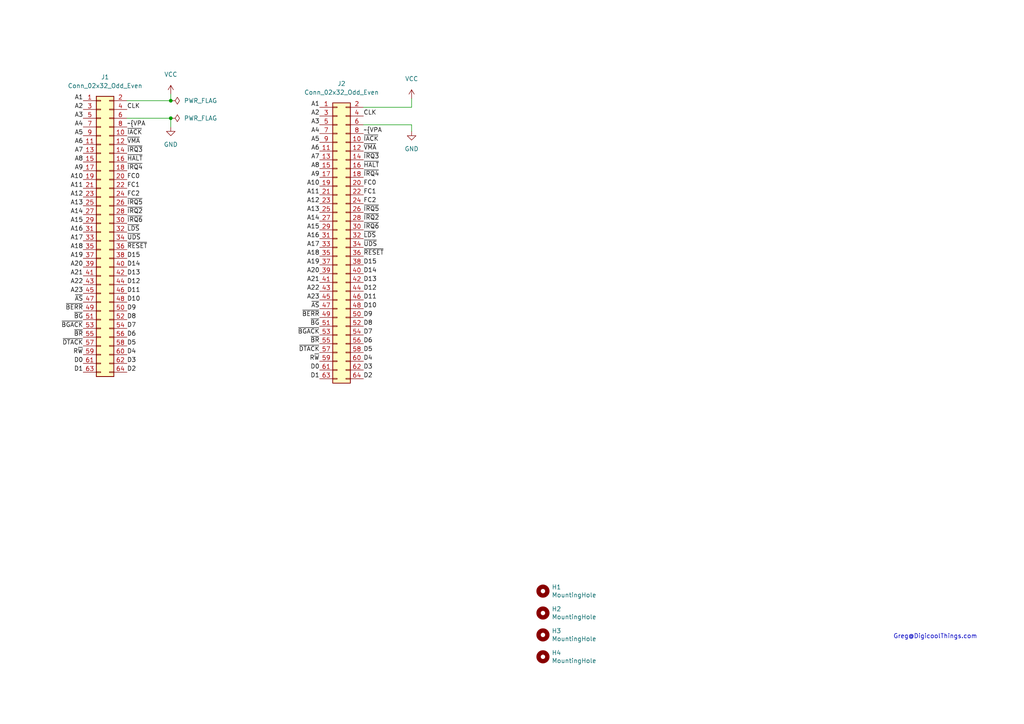
<source format=kicad_sch>
(kicad_sch (version 20211123) (generator eeschema)

  (uuid 1a2f72d1-0b36-4610-afc4-4ad1660d5d3b)

  (paper "A4")

  (title_block
    (title "Minimalist Europe Card Bus (MECB) Board Template")
    (date "2022-02")
    (rev "1.0")
    (company "DigicoolThings.com")
    (comment 1 "For Minimalist Europe Card Bus (MECB). ")
    (comment 2 "U1 PLD positioning provides for ZIF socket, otherwise change footprint to standard DIP 20.")
    (comment 3 "Includes a standardised 3 chip-select output PLD Address Decoder. ")
    (comment 4 "Schematic & standardised PCB outline Templates for creating MECB boards.")
  )

  (lib_symbols
    (symbol "Connector_Generic:Conn_02x32_Odd_Even" (pin_names (offset 1.016) hide) (in_bom yes) (on_board yes)
      (property "Reference" "J" (id 0) (at 1.27 40.64 0)
        (effects (font (size 1.27 1.27)))
      )
      (property "Value" "Conn_02x32_Odd_Even" (id 1) (at 1.27 -43.18 0)
        (effects (font (size 1.27 1.27)))
      )
      (property "Footprint" "" (id 2) (at 0 0 0)
        (effects (font (size 1.27 1.27)) hide)
      )
      (property "Datasheet" "~" (id 3) (at 0 0 0)
        (effects (font (size 1.27 1.27)) hide)
      )
      (property "ki_keywords" "connector" (id 4) (at 0 0 0)
        (effects (font (size 1.27 1.27)) hide)
      )
      (property "ki_description" "Generic connector, double row, 02x32, odd/even pin numbering scheme (row 1 odd numbers, row 2 even numbers), script generated (kicad-library-utils/schlib/autogen/connector/)" (id 5) (at 0 0 0)
        (effects (font (size 1.27 1.27)) hide)
      )
      (property "ki_fp_filters" "Connector*:*_2x??_*" (id 6) (at 0 0 0)
        (effects (font (size 1.27 1.27)) hide)
      )
      (symbol "Conn_02x32_Odd_Even_1_1"
        (rectangle (start -1.27 -40.513) (end 0 -40.767)
          (stroke (width 0.1524) (type default) (color 0 0 0 0))
          (fill (type none))
        )
        (rectangle (start -1.27 -37.973) (end 0 -38.227)
          (stroke (width 0.1524) (type default) (color 0 0 0 0))
          (fill (type none))
        )
        (rectangle (start -1.27 -35.433) (end 0 -35.687)
          (stroke (width 0.1524) (type default) (color 0 0 0 0))
          (fill (type none))
        )
        (rectangle (start -1.27 -32.893) (end 0 -33.147)
          (stroke (width 0.1524) (type default) (color 0 0 0 0))
          (fill (type none))
        )
        (rectangle (start -1.27 -30.353) (end 0 -30.607)
          (stroke (width 0.1524) (type default) (color 0 0 0 0))
          (fill (type none))
        )
        (rectangle (start -1.27 -27.813) (end 0 -28.067)
          (stroke (width 0.1524) (type default) (color 0 0 0 0))
          (fill (type none))
        )
        (rectangle (start -1.27 -25.273) (end 0 -25.527)
          (stroke (width 0.1524) (type default) (color 0 0 0 0))
          (fill (type none))
        )
        (rectangle (start -1.27 -22.733) (end 0 -22.987)
          (stroke (width 0.1524) (type default) (color 0 0 0 0))
          (fill (type none))
        )
        (rectangle (start -1.27 -20.193) (end 0 -20.447)
          (stroke (width 0.1524) (type default) (color 0 0 0 0))
          (fill (type none))
        )
        (rectangle (start -1.27 -17.653) (end 0 -17.907)
          (stroke (width 0.1524) (type default) (color 0 0 0 0))
          (fill (type none))
        )
        (rectangle (start -1.27 -15.113) (end 0 -15.367)
          (stroke (width 0.1524) (type default) (color 0 0 0 0))
          (fill (type none))
        )
        (rectangle (start -1.27 -12.573) (end 0 -12.827)
          (stroke (width 0.1524) (type default) (color 0 0 0 0))
          (fill (type none))
        )
        (rectangle (start -1.27 -10.033) (end 0 -10.287)
          (stroke (width 0.1524) (type default) (color 0 0 0 0))
          (fill (type none))
        )
        (rectangle (start -1.27 -7.493) (end 0 -7.747)
          (stroke (width 0.1524) (type default) (color 0 0 0 0))
          (fill (type none))
        )
        (rectangle (start -1.27 -4.953) (end 0 -5.207)
          (stroke (width 0.1524) (type default) (color 0 0 0 0))
          (fill (type none))
        )
        (rectangle (start -1.27 -2.413) (end 0 -2.667)
          (stroke (width 0.1524) (type default) (color 0 0 0 0))
          (fill (type none))
        )
        (rectangle (start -1.27 0.127) (end 0 -0.127)
          (stroke (width 0.1524) (type default) (color 0 0 0 0))
          (fill (type none))
        )
        (rectangle (start -1.27 2.667) (end 0 2.413)
          (stroke (width 0.1524) (type default) (color 0 0 0 0))
          (fill (type none))
        )
        (rectangle (start -1.27 5.207) (end 0 4.953)
          (stroke (width 0.1524) (type default) (color 0 0 0 0))
          (fill (type none))
        )
        (rectangle (start -1.27 7.747) (end 0 7.493)
          (stroke (width 0.1524) (type default) (color 0 0 0 0))
          (fill (type none))
        )
        (rectangle (start -1.27 10.287) (end 0 10.033)
          (stroke (width 0.1524) (type default) (color 0 0 0 0))
          (fill (type none))
        )
        (rectangle (start -1.27 12.827) (end 0 12.573)
          (stroke (width 0.1524) (type default) (color 0 0 0 0))
          (fill (type none))
        )
        (rectangle (start -1.27 15.367) (end 0 15.113)
          (stroke (width 0.1524) (type default) (color 0 0 0 0))
          (fill (type none))
        )
        (rectangle (start -1.27 17.907) (end 0 17.653)
          (stroke (width 0.1524) (type default) (color 0 0 0 0))
          (fill (type none))
        )
        (rectangle (start -1.27 20.447) (end 0 20.193)
          (stroke (width 0.1524) (type default) (color 0 0 0 0))
          (fill (type none))
        )
        (rectangle (start -1.27 22.987) (end 0 22.733)
          (stroke (width 0.1524) (type default) (color 0 0 0 0))
          (fill (type none))
        )
        (rectangle (start -1.27 25.527) (end 0 25.273)
          (stroke (width 0.1524) (type default) (color 0 0 0 0))
          (fill (type none))
        )
        (rectangle (start -1.27 28.067) (end 0 27.813)
          (stroke (width 0.1524) (type default) (color 0 0 0 0))
          (fill (type none))
        )
        (rectangle (start -1.27 30.607) (end 0 30.353)
          (stroke (width 0.1524) (type default) (color 0 0 0 0))
          (fill (type none))
        )
        (rectangle (start -1.27 33.147) (end 0 32.893)
          (stroke (width 0.1524) (type default) (color 0 0 0 0))
          (fill (type none))
        )
        (rectangle (start -1.27 35.687) (end 0 35.433)
          (stroke (width 0.1524) (type default) (color 0 0 0 0))
          (fill (type none))
        )
        (rectangle (start -1.27 38.227) (end 0 37.973)
          (stroke (width 0.1524) (type default) (color 0 0 0 0))
          (fill (type none))
        )
        (rectangle (start -1.27 39.37) (end 3.81 -41.91)
          (stroke (width 0.254) (type default) (color 0 0 0 0))
          (fill (type background))
        )
        (rectangle (start 3.81 -40.513) (end 2.54 -40.767)
          (stroke (width 0.1524) (type default) (color 0 0 0 0))
          (fill (type none))
        )
        (rectangle (start 3.81 -37.973) (end 2.54 -38.227)
          (stroke (width 0.1524) (type default) (color 0 0 0 0))
          (fill (type none))
        )
        (rectangle (start 3.81 -35.433) (end 2.54 -35.687)
          (stroke (width 0.1524) (type default) (color 0 0 0 0))
          (fill (type none))
        )
        (rectangle (start 3.81 -32.893) (end 2.54 -33.147)
          (stroke (width 0.1524) (type default) (color 0 0 0 0))
          (fill (type none))
        )
        (rectangle (start 3.81 -30.353) (end 2.54 -30.607)
          (stroke (width 0.1524) (type default) (color 0 0 0 0))
          (fill (type none))
        )
        (rectangle (start 3.81 -27.813) (end 2.54 -28.067)
          (stroke (width 0.1524) (type default) (color 0 0 0 0))
          (fill (type none))
        )
        (rectangle (start 3.81 -25.273) (end 2.54 -25.527)
          (stroke (width 0.1524) (type default) (color 0 0 0 0))
          (fill (type none))
        )
        (rectangle (start 3.81 -22.733) (end 2.54 -22.987)
          (stroke (width 0.1524) (type default) (color 0 0 0 0))
          (fill (type none))
        )
        (rectangle (start 3.81 -20.193) (end 2.54 -20.447)
          (stroke (width 0.1524) (type default) (color 0 0 0 0))
          (fill (type none))
        )
        (rectangle (start 3.81 -17.653) (end 2.54 -17.907)
          (stroke (width 0.1524) (type default) (color 0 0 0 0))
          (fill (type none))
        )
        (rectangle (start 3.81 -15.113) (end 2.54 -15.367)
          (stroke (width 0.1524) (type default) (color 0 0 0 0))
          (fill (type none))
        )
        (rectangle (start 3.81 -12.573) (end 2.54 -12.827)
          (stroke (width 0.1524) (type default) (color 0 0 0 0))
          (fill (type none))
        )
        (rectangle (start 3.81 -10.033) (end 2.54 -10.287)
          (stroke (width 0.1524) (type default) (color 0 0 0 0))
          (fill (type none))
        )
        (rectangle (start 3.81 -7.493) (end 2.54 -7.747)
          (stroke (width 0.1524) (type default) (color 0 0 0 0))
          (fill (type none))
        )
        (rectangle (start 3.81 -4.953) (end 2.54 -5.207)
          (stroke (width 0.1524) (type default) (color 0 0 0 0))
          (fill (type none))
        )
        (rectangle (start 3.81 -2.413) (end 2.54 -2.667)
          (stroke (width 0.1524) (type default) (color 0 0 0 0))
          (fill (type none))
        )
        (rectangle (start 3.81 0.127) (end 2.54 -0.127)
          (stroke (width 0.1524) (type default) (color 0 0 0 0))
          (fill (type none))
        )
        (rectangle (start 3.81 2.667) (end 2.54 2.413)
          (stroke (width 0.1524) (type default) (color 0 0 0 0))
          (fill (type none))
        )
        (rectangle (start 3.81 5.207) (end 2.54 4.953)
          (stroke (width 0.1524) (type default) (color 0 0 0 0))
          (fill (type none))
        )
        (rectangle (start 3.81 7.747) (end 2.54 7.493)
          (stroke (width 0.1524) (type default) (color 0 0 0 0))
          (fill (type none))
        )
        (rectangle (start 3.81 10.287) (end 2.54 10.033)
          (stroke (width 0.1524) (type default) (color 0 0 0 0))
          (fill (type none))
        )
        (rectangle (start 3.81 12.827) (end 2.54 12.573)
          (stroke (width 0.1524) (type default) (color 0 0 0 0))
          (fill (type none))
        )
        (rectangle (start 3.81 15.367) (end 2.54 15.113)
          (stroke (width 0.1524) (type default) (color 0 0 0 0))
          (fill (type none))
        )
        (rectangle (start 3.81 17.907) (end 2.54 17.653)
          (stroke (width 0.1524) (type default) (color 0 0 0 0))
          (fill (type none))
        )
        (rectangle (start 3.81 20.447) (end 2.54 20.193)
          (stroke (width 0.1524) (type default) (color 0 0 0 0))
          (fill (type none))
        )
        (rectangle (start 3.81 22.987) (end 2.54 22.733)
          (stroke (width 0.1524) (type default) (color 0 0 0 0))
          (fill (type none))
        )
        (rectangle (start 3.81 25.527) (end 2.54 25.273)
          (stroke (width 0.1524) (type default) (color 0 0 0 0))
          (fill (type none))
        )
        (rectangle (start 3.81 28.067) (end 2.54 27.813)
          (stroke (width 0.1524) (type default) (color 0 0 0 0))
          (fill (type none))
        )
        (rectangle (start 3.81 30.607) (end 2.54 30.353)
          (stroke (width 0.1524) (type default) (color 0 0 0 0))
          (fill (type none))
        )
        (rectangle (start 3.81 33.147) (end 2.54 32.893)
          (stroke (width 0.1524) (type default) (color 0 0 0 0))
          (fill (type none))
        )
        (rectangle (start 3.81 35.687) (end 2.54 35.433)
          (stroke (width 0.1524) (type default) (color 0 0 0 0))
          (fill (type none))
        )
        (rectangle (start 3.81 38.227) (end 2.54 37.973)
          (stroke (width 0.1524) (type default) (color 0 0 0 0))
          (fill (type none))
        )
        (pin passive line (at -5.08 38.1 0) (length 3.81)
          (name "Pin_1" (effects (font (size 1.27 1.27))))
          (number "1" (effects (font (size 1.27 1.27))))
        )
        (pin passive line (at 7.62 27.94 180) (length 3.81)
          (name "Pin_10" (effects (font (size 1.27 1.27))))
          (number "10" (effects (font (size 1.27 1.27))))
        )
        (pin passive line (at -5.08 25.4 0) (length 3.81)
          (name "Pin_11" (effects (font (size 1.27 1.27))))
          (number "11" (effects (font (size 1.27 1.27))))
        )
        (pin passive line (at 7.62 25.4 180) (length 3.81)
          (name "Pin_12" (effects (font (size 1.27 1.27))))
          (number "12" (effects (font (size 1.27 1.27))))
        )
        (pin passive line (at -5.08 22.86 0) (length 3.81)
          (name "Pin_13" (effects (font (size 1.27 1.27))))
          (number "13" (effects (font (size 1.27 1.27))))
        )
        (pin passive line (at 7.62 22.86 180) (length 3.81)
          (name "Pin_14" (effects (font (size 1.27 1.27))))
          (number "14" (effects (font (size 1.27 1.27))))
        )
        (pin passive line (at -5.08 20.32 0) (length 3.81)
          (name "Pin_15" (effects (font (size 1.27 1.27))))
          (number "15" (effects (font (size 1.27 1.27))))
        )
        (pin passive line (at 7.62 20.32 180) (length 3.81)
          (name "Pin_16" (effects (font (size 1.27 1.27))))
          (number "16" (effects (font (size 1.27 1.27))))
        )
        (pin passive line (at -5.08 17.78 0) (length 3.81)
          (name "Pin_17" (effects (font (size 1.27 1.27))))
          (number "17" (effects (font (size 1.27 1.27))))
        )
        (pin passive line (at 7.62 17.78 180) (length 3.81)
          (name "Pin_18" (effects (font (size 1.27 1.27))))
          (number "18" (effects (font (size 1.27 1.27))))
        )
        (pin passive line (at -5.08 15.24 0) (length 3.81)
          (name "Pin_19" (effects (font (size 1.27 1.27))))
          (number "19" (effects (font (size 1.27 1.27))))
        )
        (pin passive line (at 7.62 38.1 180) (length 3.81)
          (name "Pin_2" (effects (font (size 1.27 1.27))))
          (number "2" (effects (font (size 1.27 1.27))))
        )
        (pin passive line (at 7.62 15.24 180) (length 3.81)
          (name "Pin_20" (effects (font (size 1.27 1.27))))
          (number "20" (effects (font (size 1.27 1.27))))
        )
        (pin passive line (at -5.08 12.7 0) (length 3.81)
          (name "Pin_21" (effects (font (size 1.27 1.27))))
          (number "21" (effects (font (size 1.27 1.27))))
        )
        (pin passive line (at 7.62 12.7 180) (length 3.81)
          (name "Pin_22" (effects (font (size 1.27 1.27))))
          (number "22" (effects (font (size 1.27 1.27))))
        )
        (pin passive line (at -5.08 10.16 0) (length 3.81)
          (name "Pin_23" (effects (font (size 1.27 1.27))))
          (number "23" (effects (font (size 1.27 1.27))))
        )
        (pin passive line (at 7.62 10.16 180) (length 3.81)
          (name "Pin_24" (effects (font (size 1.27 1.27))))
          (number "24" (effects (font (size 1.27 1.27))))
        )
        (pin passive line (at -5.08 7.62 0) (length 3.81)
          (name "Pin_25" (effects (font (size 1.27 1.27))))
          (number "25" (effects (font (size 1.27 1.27))))
        )
        (pin passive line (at 7.62 7.62 180) (length 3.81)
          (name "Pin_26" (effects (font (size 1.27 1.27))))
          (number "26" (effects (font (size 1.27 1.27))))
        )
        (pin passive line (at -5.08 5.08 0) (length 3.81)
          (name "Pin_27" (effects (font (size 1.27 1.27))))
          (number "27" (effects (font (size 1.27 1.27))))
        )
        (pin passive line (at 7.62 5.08 180) (length 3.81)
          (name "Pin_28" (effects (font (size 1.27 1.27))))
          (number "28" (effects (font (size 1.27 1.27))))
        )
        (pin passive line (at -5.08 2.54 0) (length 3.81)
          (name "Pin_29" (effects (font (size 1.27 1.27))))
          (number "29" (effects (font (size 1.27 1.27))))
        )
        (pin passive line (at -5.08 35.56 0) (length 3.81)
          (name "Pin_3" (effects (font (size 1.27 1.27))))
          (number "3" (effects (font (size 1.27 1.27))))
        )
        (pin passive line (at 7.62 2.54 180) (length 3.81)
          (name "Pin_30" (effects (font (size 1.27 1.27))))
          (number "30" (effects (font (size 1.27 1.27))))
        )
        (pin passive line (at -5.08 0 0) (length 3.81)
          (name "Pin_31" (effects (font (size 1.27 1.27))))
          (number "31" (effects (font (size 1.27 1.27))))
        )
        (pin passive line (at 7.62 0 180) (length 3.81)
          (name "Pin_32" (effects (font (size 1.27 1.27))))
          (number "32" (effects (font (size 1.27 1.27))))
        )
        (pin passive line (at -5.08 -2.54 0) (length 3.81)
          (name "Pin_33" (effects (font (size 1.27 1.27))))
          (number "33" (effects (font (size 1.27 1.27))))
        )
        (pin passive line (at 7.62 -2.54 180) (length 3.81)
          (name "Pin_34" (effects (font (size 1.27 1.27))))
          (number "34" (effects (font (size 1.27 1.27))))
        )
        (pin passive line (at -5.08 -5.08 0) (length 3.81)
          (name "Pin_35" (effects (font (size 1.27 1.27))))
          (number "35" (effects (font (size 1.27 1.27))))
        )
        (pin passive line (at 7.62 -5.08 180) (length 3.81)
          (name "Pin_36" (effects (font (size 1.27 1.27))))
          (number "36" (effects (font (size 1.27 1.27))))
        )
        (pin passive line (at -5.08 -7.62 0) (length 3.81)
          (name "Pin_37" (effects (font (size 1.27 1.27))))
          (number "37" (effects (font (size 1.27 1.27))))
        )
        (pin passive line (at 7.62 -7.62 180) (length 3.81)
          (name "Pin_38" (effects (font (size 1.27 1.27))))
          (number "38" (effects (font (size 1.27 1.27))))
        )
        (pin passive line (at -5.08 -10.16 0) (length 3.81)
          (name "Pin_39" (effects (font (size 1.27 1.27))))
          (number "39" (effects (font (size 1.27 1.27))))
        )
        (pin passive line (at 7.62 35.56 180) (length 3.81)
          (name "Pin_4" (effects (font (size 1.27 1.27))))
          (number "4" (effects (font (size 1.27 1.27))))
        )
        (pin passive line (at 7.62 -10.16 180) (length 3.81)
          (name "Pin_40" (effects (font (size 1.27 1.27))))
          (number "40" (effects (font (size 1.27 1.27))))
        )
        (pin passive line (at -5.08 -12.7 0) (length 3.81)
          (name "Pin_41" (effects (font (size 1.27 1.27))))
          (number "41" (effects (font (size 1.27 1.27))))
        )
        (pin passive line (at 7.62 -12.7 180) (length 3.81)
          (name "Pin_42" (effects (font (size 1.27 1.27))))
          (number "42" (effects (font (size 1.27 1.27))))
        )
        (pin passive line (at -5.08 -15.24 0) (length 3.81)
          (name "Pin_43" (effects (font (size 1.27 1.27))))
          (number "43" (effects (font (size 1.27 1.27))))
        )
        (pin passive line (at 7.62 -15.24 180) (length 3.81)
          (name "Pin_44" (effects (font (size 1.27 1.27))))
          (number "44" (effects (font (size 1.27 1.27))))
        )
        (pin passive line (at -5.08 -17.78 0) (length 3.81)
          (name "Pin_45" (effects (font (size 1.27 1.27))))
          (number "45" (effects (font (size 1.27 1.27))))
        )
        (pin passive line (at 7.62 -17.78 180) (length 3.81)
          (name "Pin_46" (effects (font (size 1.27 1.27))))
          (number "46" (effects (font (size 1.27 1.27))))
        )
        (pin passive line (at -5.08 -20.32 0) (length 3.81)
          (name "Pin_47" (effects (font (size 1.27 1.27))))
          (number "47" (effects (font (size 1.27 1.27))))
        )
        (pin passive line (at 7.62 -20.32 180) (length 3.81)
          (name "Pin_48" (effects (font (size 1.27 1.27))))
          (number "48" (effects (font (size 1.27 1.27))))
        )
        (pin passive line (at -5.08 -22.86 0) (length 3.81)
          (name "Pin_49" (effects (font (size 1.27 1.27))))
          (number "49" (effects (font (size 1.27 1.27))))
        )
        (pin passive line (at -5.08 33.02 0) (length 3.81)
          (name "Pin_5" (effects (font (size 1.27 1.27))))
          (number "5" (effects (font (size 1.27 1.27))))
        )
        (pin passive line (at 7.62 -22.86 180) (length 3.81)
          (name "Pin_50" (effects (font (size 1.27 1.27))))
          (number "50" (effects (font (size 1.27 1.27))))
        )
        (pin passive line (at -5.08 -25.4 0) (length 3.81)
          (name "Pin_51" (effects (font (size 1.27 1.27))))
          (number "51" (effects (font (size 1.27 1.27))))
        )
        (pin passive line (at 7.62 -25.4 180) (length 3.81)
          (name "Pin_52" (effects (font (size 1.27 1.27))))
          (number "52" (effects (font (size 1.27 1.27))))
        )
        (pin passive line (at -5.08 -27.94 0) (length 3.81)
          (name "Pin_53" (effects (font (size 1.27 1.27))))
          (number "53" (effects (font (size 1.27 1.27))))
        )
        (pin passive line (at 7.62 -27.94 180) (length 3.81)
          (name "Pin_54" (effects (font (size 1.27 1.27))))
          (number "54" (effects (font (size 1.27 1.27))))
        )
        (pin passive line (at -5.08 -30.48 0) (length 3.81)
          (name "Pin_55" (effects (font (size 1.27 1.27))))
          (number "55" (effects (font (size 1.27 1.27))))
        )
        (pin passive line (at 7.62 -30.48 180) (length 3.81)
          (name "Pin_56" (effects (font (size 1.27 1.27))))
          (number "56" (effects (font (size 1.27 1.27))))
        )
        (pin passive line (at -5.08 -33.02 0) (length 3.81)
          (name "Pin_57" (effects (font (size 1.27 1.27))))
          (number "57" (effects (font (size 1.27 1.27))))
        )
        (pin passive line (at 7.62 -33.02 180) (length 3.81)
          (name "Pin_58" (effects (font (size 1.27 1.27))))
          (number "58" (effects (font (size 1.27 1.27))))
        )
        (pin passive line (at -5.08 -35.56 0) (length 3.81)
          (name "Pin_59" (effects (font (size 1.27 1.27))))
          (number "59" (effects (font (size 1.27 1.27))))
        )
        (pin passive line (at 7.62 33.02 180) (length 3.81)
          (name "Pin_6" (effects (font (size 1.27 1.27))))
          (number "6" (effects (font (size 1.27 1.27))))
        )
        (pin passive line (at 7.62 -35.56 180) (length 3.81)
          (name "Pin_60" (effects (font (size 1.27 1.27))))
          (number "60" (effects (font (size 1.27 1.27))))
        )
        (pin passive line (at -5.08 -38.1 0) (length 3.81)
          (name "Pin_61" (effects (font (size 1.27 1.27))))
          (number "61" (effects (font (size 1.27 1.27))))
        )
        (pin passive line (at 7.62 -38.1 180) (length 3.81)
          (name "Pin_62" (effects (font (size 1.27 1.27))))
          (number "62" (effects (font (size 1.27 1.27))))
        )
        (pin passive line (at -5.08 -40.64 0) (length 3.81)
          (name "Pin_63" (effects (font (size 1.27 1.27))))
          (number "63" (effects (font (size 1.27 1.27))))
        )
        (pin passive line (at 7.62 -40.64 180) (length 3.81)
          (name "Pin_64" (effects (font (size 1.27 1.27))))
          (number "64" (effects (font (size 1.27 1.27))))
        )
        (pin passive line (at -5.08 30.48 0) (length 3.81)
          (name "Pin_7" (effects (font (size 1.27 1.27))))
          (number "7" (effects (font (size 1.27 1.27))))
        )
        (pin passive line (at 7.62 30.48 180) (length 3.81)
          (name "Pin_8" (effects (font (size 1.27 1.27))))
          (number "8" (effects (font (size 1.27 1.27))))
        )
        (pin passive line (at -5.08 27.94 0) (length 3.81)
          (name "Pin_9" (effects (font (size 1.27 1.27))))
          (number "9" (effects (font (size 1.27 1.27))))
        )
      )
    )
    (symbol "Mechanical:MountingHole" (pin_names (offset 1.016)) (in_bom yes) (on_board yes)
      (property "Reference" "H" (id 0) (at 0 5.08 0)
        (effects (font (size 1.27 1.27)))
      )
      (property "Value" "MountingHole" (id 1) (at 0 3.175 0)
        (effects (font (size 1.27 1.27)))
      )
      (property "Footprint" "" (id 2) (at 0 0 0)
        (effects (font (size 1.27 1.27)) hide)
      )
      (property "Datasheet" "~" (id 3) (at 0 0 0)
        (effects (font (size 1.27 1.27)) hide)
      )
      (property "ki_keywords" "mounting hole" (id 4) (at 0 0 0)
        (effects (font (size 1.27 1.27)) hide)
      )
      (property "ki_description" "Mounting Hole without connection" (id 5) (at 0 0 0)
        (effects (font (size 1.27 1.27)) hide)
      )
      (property "ki_fp_filters" "MountingHole*" (id 6) (at 0 0 0)
        (effects (font (size 1.27 1.27)) hide)
      )
      (symbol "MountingHole_0_1"
        (circle (center 0 0) (radius 1.27)
          (stroke (width 1.27) (type default) (color 0 0 0 0))
          (fill (type none))
        )
      )
    )
    (symbol "power:GND" (power) (pin_names (offset 0)) (in_bom yes) (on_board yes)
      (property "Reference" "#PWR" (id 0) (at 0 -6.35 0)
        (effects (font (size 1.27 1.27)) hide)
      )
      (property "Value" "GND" (id 1) (at 0 -3.81 0)
        (effects (font (size 1.27 1.27)))
      )
      (property "Footprint" "" (id 2) (at 0 0 0)
        (effects (font (size 1.27 1.27)) hide)
      )
      (property "Datasheet" "" (id 3) (at 0 0 0)
        (effects (font (size 1.27 1.27)) hide)
      )
      (property "ki_keywords" "power-flag" (id 4) (at 0 0 0)
        (effects (font (size 1.27 1.27)) hide)
      )
      (property "ki_description" "Power symbol creates a global label with name \"GND\" , ground" (id 5) (at 0 0 0)
        (effects (font (size 1.27 1.27)) hide)
      )
      (symbol "GND_0_1"
        (polyline
          (pts
            (xy 0 0)
            (xy 0 -1.27)
            (xy 1.27 -1.27)
            (xy 0 -2.54)
            (xy -1.27 -1.27)
            (xy 0 -1.27)
          )
          (stroke (width 0) (type default) (color 0 0 0 0))
          (fill (type none))
        )
      )
      (symbol "GND_1_1"
        (pin power_in line (at 0 0 270) (length 0) hide
          (name "GND" (effects (font (size 1.27 1.27))))
          (number "1" (effects (font (size 1.27 1.27))))
        )
      )
    )
    (symbol "power:PWR_FLAG" (power) (pin_numbers hide) (pin_names (offset 0) hide) (in_bom yes) (on_board yes)
      (property "Reference" "#FLG" (id 0) (at 0 1.905 0)
        (effects (font (size 1.27 1.27)) hide)
      )
      (property "Value" "PWR_FLAG" (id 1) (at 0 3.81 0)
        (effects (font (size 1.27 1.27)))
      )
      (property "Footprint" "" (id 2) (at 0 0 0)
        (effects (font (size 1.27 1.27)) hide)
      )
      (property "Datasheet" "~" (id 3) (at 0 0 0)
        (effects (font (size 1.27 1.27)) hide)
      )
      (property "ki_keywords" "power-flag" (id 4) (at 0 0 0)
        (effects (font (size 1.27 1.27)) hide)
      )
      (property "ki_description" "Special symbol for telling ERC where power comes from" (id 5) (at 0 0 0)
        (effects (font (size 1.27 1.27)) hide)
      )
      (symbol "PWR_FLAG_0_0"
        (pin power_out line (at 0 0 90) (length 0)
          (name "pwr" (effects (font (size 1.27 1.27))))
          (number "1" (effects (font (size 1.27 1.27))))
        )
      )
      (symbol "PWR_FLAG_0_1"
        (polyline
          (pts
            (xy 0 0)
            (xy 0 1.27)
            (xy -1.016 1.905)
            (xy 0 2.54)
            (xy 1.016 1.905)
            (xy 0 1.27)
          )
          (stroke (width 0) (type default) (color 0 0 0 0))
          (fill (type none))
        )
      )
    )
    (symbol "power:VCC" (power) (pin_names (offset 0)) (in_bom yes) (on_board yes)
      (property "Reference" "#PWR" (id 0) (at 0 -3.81 0)
        (effects (font (size 1.27 1.27)) hide)
      )
      (property "Value" "VCC" (id 1) (at 0 3.81 0)
        (effects (font (size 1.27 1.27)))
      )
      (property "Footprint" "" (id 2) (at 0 0 0)
        (effects (font (size 1.27 1.27)) hide)
      )
      (property "Datasheet" "" (id 3) (at 0 0 0)
        (effects (font (size 1.27 1.27)) hide)
      )
      (property "ki_keywords" "power-flag" (id 4) (at 0 0 0)
        (effects (font (size 1.27 1.27)) hide)
      )
      (property "ki_description" "Power symbol creates a global label with name \"VCC\"" (id 5) (at 0 0 0)
        (effects (font (size 1.27 1.27)) hide)
      )
      (symbol "VCC_0_1"
        (polyline
          (pts
            (xy -0.762 1.27)
            (xy 0 2.54)
          )
          (stroke (width 0) (type default) (color 0 0 0 0))
          (fill (type none))
        )
        (polyline
          (pts
            (xy 0 0)
            (xy 0 2.54)
          )
          (stroke (width 0) (type default) (color 0 0 0 0))
          (fill (type none))
        )
        (polyline
          (pts
            (xy 0 2.54)
            (xy 0.762 1.27)
          )
          (stroke (width 0) (type default) (color 0 0 0 0))
          (fill (type none))
        )
      )
      (symbol "VCC_1_1"
        (pin power_in line (at 0 0 90) (length 0) hide
          (name "VCC" (effects (font (size 1.27 1.27))))
          (number "1" (effects (font (size 1.27 1.27))))
        )
      )
    )
  )

  (junction (at 49.53 29.21) (diameter 0) (color 0 0 0 0)
    (uuid 75450076-1596-46ee-b283-2b5a3518766c)
  )
  (junction (at 49.53 34.29) (diameter 0) (color 0 0 0 0)
    (uuid de7c19ce-3abf-4d50-aad4-e11acb35c801)
  )

  (wire (pts (xy 49.53 34.29) (xy 49.53 36.83))
    (stroke (width 0) (type default) (color 0 0 0 0))
    (uuid 0d8c1125-d3bc-446a-816d-ae63230cb217)
  )
  (wire (pts (xy 36.83 34.29) (xy 49.53 34.29))
    (stroke (width 0) (type default) (color 0 0 0 0))
    (uuid 11036d2d-9a28-437b-8441-eec6083bfdcc)
  )
  (wire (pts (xy 105.41 36.195) (xy 119.38 36.195))
    (stroke (width 0) (type default) (color 0 0 0 0))
    (uuid 119e3d0e-0300-42d9-a28e-d103c3515907)
  )
  (wire (pts (xy 49.53 27.305) (xy 49.53 29.21))
    (stroke (width 0) (type default) (color 0 0 0 0))
    (uuid 84ee1885-ef6a-41fa-afeb-6ee9d74db749)
  )
  (wire (pts (xy 105.41 31.115) (xy 119.38 31.115))
    (stroke (width 0) (type default) (color 0 0 0 0))
    (uuid 8cc73ab9-9f58-455a-ba86-c6822bda2e06)
  )
  (wire (pts (xy 119.38 36.195) (xy 119.38 38.1))
    (stroke (width 0) (type default) (color 0 0 0 0))
    (uuid 998cdafd-15f2-45d5-b51c-94bd5afd7e53)
  )
  (wire (pts (xy 119.38 31.115) (xy 119.38 28.575))
    (stroke (width 0) (type default) (color 0 0 0 0))
    (uuid e904c608-c3d5-43af-9aa5-4aa4d1b2a339)
  )
  (wire (pts (xy 36.83 29.21) (xy 49.53 29.21))
    (stroke (width 0) (type default) (color 0 0 0 0))
    (uuid efca3c59-af73-43cb-886d-43ba9cc6ea8c)
  )

  (text "Greg@DigicoolThings.com" (at 259.08 185.42 0)
    (effects (font (size 1.27 1.27)) (justify left bottom))
    (uuid 3a7648d8-121a-4921-9b92-9b35b76ce39b)
  )

  (label "A3" (at 24.13 34.29 180)
    (effects (font (size 1.27 1.27)) (justify right bottom))
    (uuid 001883a5-4d61-4901-b2ad-dae02e47a3a9)
  )
  (label "A4" (at 92.71 38.735 180)
    (effects (font (size 1.27 1.27)) (justify right bottom))
    (uuid 014f8295-6d70-452f-ab2a-4d78d17e2492)
  )
  (label "~{IRQ3}" (at 105.41 46.355 0)
    (effects (font (size 1.27 1.27)) (justify left bottom))
    (uuid 047327b2-82e1-40fe-998b-4d304bb25c38)
  )
  (label "~{BERR}" (at 92.71 92.075 180)
    (effects (font (size 1.27 1.27)) (justify right bottom))
    (uuid 0504d703-b843-4030-bc98-78936cc272ba)
  )
  (label "A15" (at 24.13 64.77 180)
    (effects (font (size 1.27 1.27)) (justify right bottom))
    (uuid 05168e6b-b193-4255-bd20-76b6b3a75845)
  )
  (label "~{IRQ5}" (at 36.83 59.69 0)
    (effects (font (size 1.27 1.27)) (justify left bottom))
    (uuid 06bb2444-c7d5-403a-9afe-ffe8e168ab5d)
  )
  (label "FC1" (at 36.83 54.61 0)
    (effects (font (size 1.27 1.27)) (justify left bottom))
    (uuid 06e34429-7614-441b-96c3-8233d0c9a519)
  )
  (label "A17" (at 24.13 69.85 180)
    (effects (font (size 1.27 1.27)) (justify right bottom))
    (uuid 076f232d-f868-418d-a96b-7dd9a6507182)
  )
  (label "~{HALT}" (at 105.41 48.895 0)
    (effects (font (size 1.27 1.27)) (justify left bottom))
    (uuid 08eed42f-b0b5-4dbc-8033-da3ce74644a6)
  )
  (label "A12" (at 24.13 57.15 180)
    (effects (font (size 1.27 1.27)) (justify right bottom))
    (uuid 0a929a54-b1ea-409e-aa6a-83b96d8bcdb0)
  )
  (label "~{IRQ2}" (at 36.83 62.23 0)
    (effects (font (size 1.27 1.27)) (justify left bottom))
    (uuid 0e912106-881e-4563-95b1-a4fa327770d6)
  )
  (label "D8" (at 105.41 94.615 0)
    (effects (font (size 1.27 1.27)) (justify left bottom))
    (uuid 1013dbaf-2030-4b19-85bd-3658da4d0627)
  )
  (label "A11" (at 24.13 54.61 180)
    (effects (font (size 1.27 1.27)) (justify right bottom))
    (uuid 1197f48d-a4df-4f09-a036-ccb41691e782)
  )
  (label "D12" (at 105.41 84.455 0)
    (effects (font (size 1.27 1.27)) (justify left bottom))
    (uuid 1323f5f3-dbac-4a0a-af10-526e72d94ecd)
  )
  (label "A6" (at 92.71 43.815 180)
    (effects (font (size 1.27 1.27)) (justify right bottom))
    (uuid 149dc58e-d6c0-4a35-bd96-f9eaba940aac)
  )
  (label "FC0" (at 36.83 52.07 0)
    (effects (font (size 1.27 1.27)) (justify left bottom))
    (uuid 16cac1ea-3df9-419d-8827-9834406eb1f6)
  )
  (label "D3" (at 36.83 105.41 0)
    (effects (font (size 1.27 1.27)) (justify left bottom))
    (uuid 18516bb5-ece8-4adb-b59b-a9826a65b0c0)
  )
  (label "~{AS}" (at 24.13 87.63 180)
    (effects (font (size 1.27 1.27)) (justify right bottom))
    (uuid 187ff819-3e06-4be9-b222-ab1f11584620)
  )
  (label "D1" (at 24.13 107.95 180)
    (effects (font (size 1.27 1.27)) (justify right bottom))
    (uuid 1bf586e0-e527-46b9-b087-5fa8927874b4)
  )
  (label "A7" (at 92.71 46.355 180)
    (effects (font (size 1.27 1.27)) (justify right bottom))
    (uuid 1e091c79-0aaf-47f2-8a21-e6566940edd1)
  )
  (label "D7" (at 105.41 97.155 0)
    (effects (font (size 1.27 1.27)) (justify left bottom))
    (uuid 1fc2dbaf-1fa2-4a4d-84e9-d55cb2f026a8)
  )
  (label "~{IRQ4}" (at 36.83 49.53 0)
    (effects (font (size 1.27 1.27)) (justify left bottom))
    (uuid 24791abd-cf26-40f4-9336-4d2b8a6968ce)
  )
  (label "A1" (at 24.13 29.21 180)
    (effects (font (size 1.27 1.27)) (justify right bottom))
    (uuid 263efdd8-36bf-4a25-bb8d-c3c8c9e9c946)
  )
  (label "~{IACK}" (at 36.83 39.37 0)
    (effects (font (size 1.27 1.27)) (justify left bottom))
    (uuid 28514be1-f5e0-4a94-a2b4-d46d41e7dcb4)
  )
  (label "D5" (at 105.41 102.235 0)
    (effects (font (size 1.27 1.27)) (justify left bottom))
    (uuid 28d5f755-ae65-42a6-882e-df3c414cf483)
  )
  (label "A15" (at 92.71 66.675 180)
    (effects (font (size 1.27 1.27)) (justify right bottom))
    (uuid 29931f0a-b7aa-4d73-a2c2-d75d63c18b79)
  )
  (label "D6" (at 105.41 99.695 0)
    (effects (font (size 1.27 1.27)) (justify left bottom))
    (uuid 2b1643d4-0ee8-436c-8dac-31a9f0b9c255)
  )
  (label "A19" (at 24.13 74.93 180)
    (effects (font (size 1.27 1.27)) (justify right bottom))
    (uuid 2b902ab1-181e-4ba7-a9f9-14c72fc40695)
  )
  (label "~{VPA" (at 105.41 38.735 0)
    (effects (font (size 1.27 1.27)) (justify left bottom))
    (uuid 2e5fbd59-f8ae-420c-b89e-8c299bbfff35)
  )
  (label "R~{W}" (at 92.71 104.775 180)
    (effects (font (size 1.27 1.27)) (justify right bottom))
    (uuid 316f7731-ca0e-4353-9d0a-b39b70f911ba)
  )
  (label "FC2" (at 105.41 59.055 0)
    (effects (font (size 1.27 1.27)) (justify left bottom))
    (uuid 320adaf7-dc9c-419f-a01e-756c06ecdf37)
  )
  (label "~{DTACK}" (at 24.13 100.33 180)
    (effects (font (size 1.27 1.27)) (justify right bottom))
    (uuid 328f2336-ba95-408b-9688-d43574ccb39f)
  )
  (label "D7" (at 36.83 95.25 0)
    (effects (font (size 1.27 1.27)) (justify left bottom))
    (uuid 33ebfdf0-d370-49ee-8eaa-7c49745ee292)
  )
  (label "~{HALT}" (at 36.83 46.99 0)
    (effects (font (size 1.27 1.27)) (justify left bottom))
    (uuid 39051c67-489e-4ea6-8ee0-2fd1be65fa83)
  )
  (label "~{BR}" (at 24.13 97.79 180)
    (effects (font (size 1.27 1.27)) (justify right bottom))
    (uuid 3cd2dafc-196d-4424-9cf3-be71d3f07f34)
  )
  (label "A11" (at 92.71 56.515 180)
    (effects (font (size 1.27 1.27)) (justify right bottom))
    (uuid 3e184d1d-0ed1-4966-bad3-a99086b9fdf1)
  )
  (label "~{IRQ6}" (at 105.41 66.675 0)
    (effects (font (size 1.27 1.27)) (justify left bottom))
    (uuid 3e1ef0a3-447d-45fd-b694-212639e9d367)
  )
  (label "A18" (at 24.13 72.39 180)
    (effects (font (size 1.27 1.27)) (justify right bottom))
    (uuid 409557d8-f059-4a70-9291-0563ec5741bc)
  )
  (label "D11" (at 105.41 86.995 0)
    (effects (font (size 1.27 1.27)) (justify left bottom))
    (uuid 413078ef-44b8-4eba-944e-21004800040c)
  )
  (label "~{LDS}" (at 36.83 67.31 0)
    (effects (font (size 1.27 1.27)) (justify left bottom))
    (uuid 43864099-0385-4fc0-8f64-c0d598f53cfa)
  )
  (label "A5" (at 24.13 39.37 180)
    (effects (font (size 1.27 1.27)) (justify right bottom))
    (uuid 44fa416a-3cfd-46bc-9ef6-ebce5fcd877d)
  )
  (label "A22" (at 24.13 82.55 180)
    (effects (font (size 1.27 1.27)) (justify right bottom))
    (uuid 453f8df4-df92-469e-9e4f-f9b4ab8eafdd)
  )
  (label "~{RESET}" (at 36.83 72.39 0)
    (effects (font (size 1.27 1.27)) (justify left bottom))
    (uuid 45a551f0-8a2d-40f1-9815-3547cfb96682)
  )
  (label "D8" (at 36.83 92.71 0)
    (effects (font (size 1.27 1.27)) (justify left bottom))
    (uuid 4fa6ea4f-42ce-41da-b863-1b6e42a78190)
  )
  (label "~{RESET}" (at 105.41 74.295 0)
    (effects (font (size 1.27 1.27)) (justify left bottom))
    (uuid 4fd42951-5201-4f4f-ba4a-0a34ccbab4bb)
  )
  (label "CLK" (at 36.83 31.75 0)
    (effects (font (size 1.27 1.27)) (justify left bottom))
    (uuid 51d80014-a2a7-42da-8a2f-f377e6d9e830)
  )
  (label "~{LDS}" (at 105.41 69.215 0)
    (effects (font (size 1.27 1.27)) (justify left bottom))
    (uuid 5521e7cc-abaf-4215-9357-e1d0e534cd15)
  )
  (label "D9" (at 105.41 92.075 0)
    (effects (font (size 1.27 1.27)) (justify left bottom))
    (uuid 5734c599-c465-44c2-80dc-aee5a5f975ea)
  )
  (label "~{DTACK}" (at 92.71 102.235 180)
    (effects (font (size 1.27 1.27)) (justify right bottom))
    (uuid 58e0b45e-f213-4152-9f59-435178d20c89)
  )
  (label "A4" (at 24.13 36.83 180)
    (effects (font (size 1.27 1.27)) (justify right bottom))
    (uuid 59dd1f71-76a7-4407-8f8f-5fd9c31da3d0)
  )
  (label "~{IRQ2}" (at 105.41 64.135 0)
    (effects (font (size 1.27 1.27)) (justify left bottom))
    (uuid 5a842bd1-1095-4f3b-97a3-0a536f38bd93)
  )
  (label "A3" (at 92.71 36.195 180)
    (effects (font (size 1.27 1.27)) (justify right bottom))
    (uuid 5b40dd14-548e-441a-8e60-aabed75d2537)
  )
  (label "A14" (at 24.13 62.23 180)
    (effects (font (size 1.27 1.27)) (justify right bottom))
    (uuid 5bf8c56f-d25b-4cfd-8db0-4375a645db55)
  )
  (label "FC0" (at 105.41 53.975 0)
    (effects (font (size 1.27 1.27)) (justify left bottom))
    (uuid 5f42d5b8-70dd-4bfa-956a-5525dea60e39)
  )
  (label "A18" (at 92.71 74.295 180)
    (effects (font (size 1.27 1.27)) (justify right bottom))
    (uuid 6174ff9d-b396-48af-af74-61c8efa9e518)
  )
  (label "A7" (at 24.13 44.45 180)
    (effects (font (size 1.27 1.27)) (justify right bottom))
    (uuid 6192ff64-eadf-4b0c-946f-cb0d5f0343ce)
  )
  (label "~{BG}" (at 24.13 92.71 180)
    (effects (font (size 1.27 1.27)) (justify right bottom))
    (uuid 63fab6f2-f39b-4df3-bfb9-8543fa32bc4d)
  )
  (label "D1" (at 92.71 109.855 180)
    (effects (font (size 1.27 1.27)) (justify right bottom))
    (uuid 669b46a0-5bfb-4d32-a401-05ee7c9b41c4)
  )
  (label "A14" (at 92.71 64.135 180)
    (effects (font (size 1.27 1.27)) (justify right bottom))
    (uuid 6d1860a3-107e-4663-8919-17e3714526b4)
  )
  (label "CLK" (at 105.41 33.655 0)
    (effects (font (size 1.27 1.27)) (justify left bottom))
    (uuid 6ef55297-f259-4bec-96f2-100cf5bb0b4d)
  )
  (label "FC1" (at 105.41 56.515 0)
    (effects (font (size 1.27 1.27)) (justify left bottom))
    (uuid 6f7aefc6-165b-4f07-8770-d82065a6dbd9)
  )
  (label "A16" (at 24.13 67.31 180)
    (effects (font (size 1.27 1.27)) (justify right bottom))
    (uuid 73d3da90-9470-4c5b-b931-b7c0a4c96ac0)
  )
  (label "~{AS}" (at 92.71 89.535 180)
    (effects (font (size 1.27 1.27)) (justify right bottom))
    (uuid 7413b2cc-42f9-4b79-8935-d73b76c29038)
  )
  (label "A13" (at 24.13 59.69 180)
    (effects (font (size 1.27 1.27)) (justify right bottom))
    (uuid 747354bb-ce6b-4766-8178-93fb692c2895)
  )
  (label "D6" (at 36.83 97.79 0)
    (effects (font (size 1.27 1.27)) (justify left bottom))
    (uuid 7896ed95-2c22-4774-abd2-44185a955017)
  )
  (label "A19" (at 92.71 76.835 180)
    (effects (font (size 1.27 1.27)) (justify right bottom))
    (uuid 79a3868b-51be-4940-9fb9-587951cd7b21)
  )
  (label "D14" (at 36.83 77.47 0)
    (effects (font (size 1.27 1.27)) (justify left bottom))
    (uuid 7a4e294c-6e0d-4fa6-b1f2-ed5aa5af8933)
  )
  (label "D10" (at 36.83 87.63 0)
    (effects (font (size 1.27 1.27)) (justify left bottom))
    (uuid 7a893e33-cc02-416c-9113-2697173c96ec)
  )
  (label "D4" (at 105.41 104.775 0)
    (effects (font (size 1.27 1.27)) (justify left bottom))
    (uuid 7e58d554-24f7-40f2-9134-b86aa46d686e)
  )
  (label "~{UDS}" (at 36.83 69.85 0)
    (effects (font (size 1.27 1.27)) (justify left bottom))
    (uuid 80b1f3bc-2186-4d16-b70c-b5931da908a7)
  )
  (label "A23" (at 92.71 86.995 180)
    (effects (font (size 1.27 1.27)) (justify right bottom))
    (uuid 827067f8-941d-41b2-a241-7467adb8ddca)
  )
  (label "D4" (at 36.83 102.87 0)
    (effects (font (size 1.27 1.27)) (justify left bottom))
    (uuid 859625eb-db15-4d00-a924-21b8b8d66134)
  )
  (label "~{IRQ5}" (at 105.41 61.595 0)
    (effects (font (size 1.27 1.27)) (justify left bottom))
    (uuid 86aa238d-5603-441f-91cf-2016857475e7)
  )
  (label "D12" (at 36.83 82.55 0)
    (effects (font (size 1.27 1.27)) (justify left bottom))
    (uuid 87d5a771-6d89-4ef3-b1d3-ecaa258287b4)
  )
  (label "~{BG}" (at 92.71 94.615 180)
    (effects (font (size 1.27 1.27)) (justify right bottom))
    (uuid 8ae184b6-caa0-4b46-af6b-6d13661eb3b3)
  )
  (label "D0" (at 92.71 107.315 180)
    (effects (font (size 1.27 1.27)) (justify right bottom))
    (uuid 8b769127-90f2-48a9-b9ec-b84163ab0da2)
  )
  (label "A23" (at 24.13 85.09 180)
    (effects (font (size 1.27 1.27)) (justify right bottom))
    (uuid 8d478ed7-b830-4e82-8e5f-3759a4edb147)
  )
  (label "A12" (at 92.71 59.055 180)
    (effects (font (size 1.27 1.27)) (justify right bottom))
    (uuid 9016872b-f4eb-46f2-af63-dddde3fdf79b)
  )
  (label "D15" (at 105.41 76.835 0)
    (effects (font (size 1.27 1.27)) (justify left bottom))
    (uuid 9680b06e-8bd5-49a6-9f23-ef9a640c5e60)
  )
  (label "FC2" (at 36.83 57.15 0)
    (effects (font (size 1.27 1.27)) (justify left bottom))
    (uuid 97df7642-0e05-4e51-b084-8de7918e850a)
  )
  (label "D5" (at 36.83 100.33 0)
    (effects (font (size 1.27 1.27)) (justify left bottom))
    (uuid 9869159b-a145-462f-85fe-771619820e39)
  )
  (label "A17" (at 92.71 71.755 180)
    (effects (font (size 1.27 1.27)) (justify right bottom))
    (uuid 9971bc0e-c92e-4044-b7f4-be9ae3113372)
  )
  (label "A21" (at 92.71 81.915 180)
    (effects (font (size 1.27 1.27)) (justify right bottom))
    (uuid 9cacb0d9-d577-4ed9-acef-1936b30304fe)
  )
  (label "~{UDS}" (at 105.41 71.755 0)
    (effects (font (size 1.27 1.27)) (justify left bottom))
    (uuid a32010b5-ad76-441e-91c4-e41e9f21be41)
  )
  (label "~{BGACK}" (at 92.71 97.155 180)
    (effects (font (size 1.27 1.27)) (justify right bottom))
    (uuid a5d2a7d4-11d3-4ff9-a61d-2d4964edff84)
  )
  (label "~{VMA}" (at 105.41 43.815 0)
    (effects (font (size 1.27 1.27)) (justify left bottom))
    (uuid aa876ceb-6942-440f-b8b1-e714f33be91a)
  )
  (label "~{IRQ6}" (at 36.83 64.77 0)
    (effects (font (size 1.27 1.27)) (justify left bottom))
    (uuid ac7589cb-3f56-4705-acc7-0a87ba8fa010)
  )
  (label "~{VMA}" (at 36.83 41.91 0)
    (effects (font (size 1.27 1.27)) (justify left bottom))
    (uuid ada598d8-3b1b-4c0d-a645-2080422deae7)
  )
  (label "D2" (at 105.41 109.855 0)
    (effects (font (size 1.27 1.27)) (justify left bottom))
    (uuid b0027566-73aa-4cb3-ae34-33f4aa7d89c5)
  )
  (label "A1" (at 92.71 31.115 180)
    (effects (font (size 1.27 1.27)) (justify right bottom))
    (uuid b3956231-dfd8-4fed-845c-2e002f76a53d)
  )
  (label "A10" (at 24.13 52.07 180)
    (effects (font (size 1.27 1.27)) (justify right bottom))
    (uuid b40755ac-951b-47c4-9f80-f1a6212b7cec)
  )
  (label "A2" (at 92.71 33.655 180)
    (effects (font (size 1.27 1.27)) (justify right bottom))
    (uuid b594cf00-c46f-44a2-bd88-8d9301ac717c)
  )
  (label "A6" (at 24.13 41.91 180)
    (effects (font (size 1.27 1.27)) (justify right bottom))
    (uuid b696371f-adcb-40d6-87ca-143a074874cb)
  )
  (label "D14" (at 105.41 79.375 0)
    (effects (font (size 1.27 1.27)) (justify left bottom))
    (uuid b9b15629-ffab-4853-9407-4fe9382fb370)
  )
  (label "A20" (at 92.71 79.375 180)
    (effects (font (size 1.27 1.27)) (justify right bottom))
    (uuid bacc9b22-f238-4f63-8390-1290cdc595e3)
  )
  (label "~{BGACK}" (at 24.13 95.25 180)
    (effects (font (size 1.27 1.27)) (justify right bottom))
    (uuid c03daa34-06e4-4cdf-b8a6-bad311e018c8)
  )
  (label "A10" (at 92.71 53.975 180)
    (effects (font (size 1.27 1.27)) (justify right bottom))
    (uuid c0698711-7639-4ecc-9f00-9384a0a9eac0)
  )
  (label "A8" (at 24.13 46.99 180)
    (effects (font (size 1.27 1.27)) (justify right bottom))
    (uuid c236fd90-f87c-48f2-bf01-6336f64bd87c)
  )
  (label "D2" (at 36.83 107.95 0)
    (effects (font (size 1.27 1.27)) (justify left bottom))
    (uuid c2908d4c-5352-4901-bc1b-34c5ad6817ad)
  )
  (label "A21" (at 24.13 80.01 180)
    (effects (font (size 1.27 1.27)) (justify right bottom))
    (uuid c46651e3-f3e8-4d45-a5aa-7b70165db8cf)
  )
  (label "D9" (at 36.83 90.17 0)
    (effects (font (size 1.27 1.27)) (justify left bottom))
    (uuid c48daabf-b78d-49fe-ac36-37777e68e7cf)
  )
  (label "A8" (at 92.71 48.895 180)
    (effects (font (size 1.27 1.27)) (justify right bottom))
    (uuid c54fb8a0-45d1-45a2-8c1a-18202c23b702)
  )
  (label "D10" (at 105.41 89.535 0)
    (effects (font (size 1.27 1.27)) (justify left bottom))
    (uuid c56af65a-343a-459f-98cd-e41415611fef)
  )
  (label "D11" (at 36.83 85.09 0)
    (effects (font (size 1.27 1.27)) (justify left bottom))
    (uuid c901f456-0a36-4d90-bc39-8547f99312d8)
  )
  (label "A16" (at 92.71 69.215 180)
    (effects (font (size 1.27 1.27)) (justify right bottom))
    (uuid c941ec54-73ba-44d4-80d8-cc471212017b)
  )
  (label "D15" (at 36.83 74.93 0)
    (effects (font (size 1.27 1.27)) (justify left bottom))
    (uuid cc321aec-1968-4669-8f04-ec0d14690ad3)
  )
  (label "A20" (at 24.13 77.47 180)
    (effects (font (size 1.27 1.27)) (justify right bottom))
    (uuid ccf1d2e7-7d26-44c0-a9fa-e5566867d9b6)
  )
  (label "A2" (at 24.13 31.75 180)
    (effects (font (size 1.27 1.27)) (justify right bottom))
    (uuid cd969dc5-ef7f-44d8-93ac-942ac33c282d)
  )
  (label "A9" (at 24.13 49.53 180)
    (effects (font (size 1.27 1.27)) (justify right bottom))
    (uuid d3e54ede-7c7f-4e7c-835d-66e70e8c7265)
  )
  (label "A22" (at 92.71 84.455 180)
    (effects (font (size 1.27 1.27)) (justify right bottom))
    (uuid d5cd53a1-e779-4e22-b286-7a3ba4cc2555)
  )
  (label "A5" (at 92.71 41.275 180)
    (effects (font (size 1.27 1.27)) (justify right bottom))
    (uuid d8f6b77f-bde2-4824-b9e2-53c92a41d9c6)
  )
  (label "~{BERR}" (at 24.13 90.17 180)
    (effects (font (size 1.27 1.27)) (justify right bottom))
    (uuid deee0489-afce-4a7a-ad91-b4baef2c3050)
  )
  (label "~{VPA" (at 36.83 36.83 0)
    (effects (font (size 1.27 1.27)) (justify left bottom))
    (uuid e1aea66a-3865-4e40-85af-57acfbaa6753)
  )
  (label "D3" (at 105.41 107.315 0)
    (effects (font (size 1.27 1.27)) (justify left bottom))
    (uuid e3b69b93-5b26-4cf4-8fe9-2cb08e040041)
  )
  (label "A13" (at 92.71 61.595 180)
    (effects (font (size 1.27 1.27)) (justify right bottom))
    (uuid e4cfcdc3-a72b-4bc9-9839-3b7ced13c35a)
  )
  (label "~{BR}" (at 92.71 99.695 180)
    (effects (font (size 1.27 1.27)) (justify right bottom))
    (uuid eacebde2-7377-4d73-b09e-26076daeabae)
  )
  (label "D0" (at 24.13 105.41 180)
    (effects (font (size 1.27 1.27)) (justify right bottom))
    (uuid ec93d4f1-e5d3-444c-a07a-9e43688341e9)
  )
  (label "A9" (at 92.71 51.435 180)
    (effects (font (size 1.27 1.27)) (justify right bottom))
    (uuid ecac5a56-f911-4bee-84f1-e3531dc6bf8a)
  )
  (label "~{IACK}" (at 105.41 41.275 0)
    (effects (font (size 1.27 1.27)) (justify left bottom))
    (uuid f4a68905-ff4a-4e39-af6f-f66697925411)
  )
  (label "R~{W}" (at 24.13 102.87 180)
    (effects (font (size 1.27 1.27)) (justify right bottom))
    (uuid f701338f-9efb-452e-aeb0-8841a2c1fa7c)
  )
  (label "~{IRQ3}" (at 36.83 44.45 0)
    (effects (font (size 1.27 1.27)) (justify left bottom))
    (uuid f865060d-0cd6-4e8c-a4a2-ac500601475b)
  )
  (label "D13" (at 36.83 80.01 0)
    (effects (font (size 1.27 1.27)) (justify left bottom))
    (uuid f90f8a7f-5526-4c08-bb48-b8ff80b461d7)
  )
  (label "~{IRQ4}" (at 105.41 51.435 0)
    (effects (font (size 1.27 1.27)) (justify left bottom))
    (uuid faf896ff-a31a-44d8-9988-76831a9d862a)
  )
  (label "D13" (at 105.41 81.915 0)
    (effects (font (size 1.27 1.27)) (justify left bottom))
    (uuid fbc9f5eb-34a8-43b6-a221-6b8fc9700042)
  )

  (symbol (lib_id "Mechanical:MountingHole") (at 157.48 184.15 0) (unit 1)
    (in_bom yes) (on_board yes)
    (uuid 00000000-0000-0000-0000-00006184f425)
    (property "Reference" "H3" (id 0) (at 160.02 182.9816 0)
      (effects (font (size 1.27 1.27)) (justify left))
    )
    (property "Value" "MountingHole" (id 1) (at 160.02 185.293 0)
      (effects (font (size 1.27 1.27)) (justify left))
    )
    (property "Footprint" "MountingHole:MountingHole_3.2mm_M3" (id 2) (at 157.48 184.15 0)
      (effects (font (size 1.27 1.27)) hide)
    )
    (property "Datasheet" "~" (id 3) (at 157.48 184.15 0)
      (effects (font (size 1.27 1.27)) hide)
    )
  )

  (symbol (lib_id "Mechanical:MountingHole") (at 157.48 190.5 0) (unit 1)
    (in_bom yes) (on_board yes)
    (uuid 00000000-0000-0000-0000-00006184fe49)
    (property "Reference" "H4" (id 0) (at 160.02 189.3316 0)
      (effects (font (size 1.27 1.27)) (justify left))
    )
    (property "Value" "MountingHole" (id 1) (at 160.02 191.643 0)
      (effects (font (size 1.27 1.27)) (justify left))
    )
    (property "Footprint" "MountingHole:MountingHole_3.2mm_M3" (id 2) (at 157.48 190.5 0)
      (effects (font (size 1.27 1.27)) hide)
    )
    (property "Datasheet" "~" (id 3) (at 157.48 190.5 0)
      (effects (font (size 1.27 1.27)) hide)
    )
  )

  (symbol (lib_id "Mechanical:MountingHole") (at 157.48 171.45 0) (unit 1)
    (in_bom yes) (on_board yes)
    (uuid 00000000-0000-0000-0000-000061885dff)
    (property "Reference" "H1" (id 0) (at 160.02 170.2816 0)
      (effects (font (size 1.27 1.27)) (justify left))
    )
    (property "Value" "MountingHole" (id 1) (at 160.02 172.593 0)
      (effects (font (size 1.27 1.27)) (justify left))
    )
    (property "Footprint" "MountingHole:MountingHole_3.2mm_M3" (id 2) (at 157.48 171.45 0)
      (effects (font (size 1.27 1.27)) hide)
    )
    (property "Datasheet" "~" (id 3) (at 157.48 171.45 0)
      (effects (font (size 1.27 1.27)) hide)
    )
  )

  (symbol (lib_id "Mechanical:MountingHole") (at 157.48 177.8 0) (unit 1)
    (in_bom yes) (on_board yes)
    (uuid 00000000-0000-0000-0000-000061888740)
    (property "Reference" "H2" (id 0) (at 160.02 176.6316 0)
      (effects (font (size 1.27 1.27)) (justify left))
    )
    (property "Value" "MountingHole" (id 1) (at 160.02 178.943 0)
      (effects (font (size 1.27 1.27)) (justify left))
    )
    (property "Footprint" "MountingHole:MountingHole_3.2mm_M3" (id 2) (at 157.48 177.8 0)
      (effects (font (size 1.27 1.27)) hide)
    )
    (property "Datasheet" "~" (id 3) (at 157.48 177.8 0)
      (effects (font (size 1.27 1.27)) hide)
    )
  )

  (symbol (lib_id "power:VCC") (at 49.53 27.305 0) (unit 1)
    (in_bom yes) (on_board yes) (fields_autoplaced)
    (uuid 135eea20-ded5-4553-ab10-43db6a98eae1)
    (property "Reference" "#PWR03" (id 0) (at 49.53 31.115 0)
      (effects (font (size 1.27 1.27)) hide)
    )
    (property "Value" "VCC" (id 1) (at 49.53 21.59 0))
    (property "Footprint" "" (id 2) (at 49.53 27.305 0)
      (effects (font (size 1.27 1.27)) hide)
    )
    (property "Datasheet" "" (id 3) (at 49.53 27.305 0)
      (effects (font (size 1.27 1.27)) hide)
    )
    (pin "1" (uuid 6810eca4-2072-49bf-8e47-fc1ae9301ed2))
  )

  (symbol (lib_id "power:GND") (at 49.53 36.83 0) (unit 1)
    (in_bom yes) (on_board yes) (fields_autoplaced)
    (uuid 1f656204-dcb9-4ff6-87e3-0f513ebbebe1)
    (property "Reference" "#PWR04" (id 0) (at 49.53 43.18 0)
      (effects (font (size 1.27 1.27)) hide)
    )
    (property "Value" "GND" (id 1) (at 49.53 41.91 0))
    (property "Footprint" "" (id 2) (at 49.53 36.83 0)
      (effects (font (size 1.27 1.27)) hide)
    )
    (property "Datasheet" "" (id 3) (at 49.53 36.83 0)
      (effects (font (size 1.27 1.27)) hide)
    )
    (pin "1" (uuid 7b5aa06c-0ca4-4899-960e-1cc31c6be498))
  )

  (symbol (lib_id "Connector_Generic:Conn_02x32_Odd_Even") (at 29.21 67.31 0) (unit 1)
    (in_bom yes) (on_board yes) (fields_autoplaced)
    (uuid 50e05810-5b61-4abb-a426-f07eb00f3c01)
    (property "Reference" "J1" (id 0) (at 30.48 22.352 0))
    (property "Value" "Conn_02x32_Odd_Even" (id 1) (at 30.48 24.892 0))
    (property "Footprint" "Connector_PinHeader_2.54mm:PinHeader_2x32_P2.54mm_Horizontal" (id 2) (at 29.21 67.31 0)
      (effects (font (size 1.27 1.27)) hide)
    )
    (property "Datasheet" "~" (id 3) (at 29.21 67.31 0)
      (effects (font (size 1.27 1.27)) hide)
    )
    (pin "1" (uuid 184cb4f9-9975-4953-a15f-0929519f9c57))
    (pin "10" (uuid b0047c04-db11-4da2-8920-a5ad0fdbf833))
    (pin "11" (uuid b9bb6074-3ba3-4994-926d-ffd49439263a))
    (pin "12" (uuid b0949343-be4d-4e87-ac0d-f389551bdbb8))
    (pin "13" (uuid 05fca7b0-b1ce-4006-beae-5835a93def08))
    (pin "14" (uuid d656a47e-6092-404e-aa38-c9e2f433854c))
    (pin "15" (uuid 3477f884-0fec-49b2-b81a-55d4f27af772))
    (pin "16" (uuid 313cf595-e629-4c50-91d6-b5d14b887ed4))
    (pin "17" (uuid ca8cc97c-c676-49f9-8327-6e7e325ef14e))
    (pin "18" (uuid b3bf43b3-7222-41da-98ff-0b4f34f0e386))
    (pin "19" (uuid 3ccd0e09-b212-4271-813d-680af59c943b))
    (pin "2" (uuid 0f90af59-8512-4f7c-8494-ae6be8af9ba4))
    (pin "20" (uuid 3bd8142e-2ee3-450c-8e81-23e89a6dc042))
    (pin "21" (uuid 5bd7d1a0-8554-4a66-b31b-aeb115ff03d6))
    (pin "22" (uuid bf6cef19-9233-498c-8bed-e8540db24c4d))
    (pin "23" (uuid 454166e4-8b27-4b9e-84ff-e3ffff5e3700))
    (pin "24" (uuid a78dcac7-4600-45df-b401-f5036beb1139))
    (pin "25" (uuid 40ac69e8-4971-41aa-92c4-a47c25f13f46))
    (pin "26" (uuid 938a032a-a0b6-4d27-9092-119958e26753))
    (pin "27" (uuid abd68080-c3c4-4369-8766-9cfab33febf5))
    (pin "28" (uuid 4276bdaf-28a5-49a3-a331-31d82c0ac2f0))
    (pin "29" (uuid f37e0152-dcea-43ff-a678-68cb8a5df967))
    (pin "3" (uuid 84bfac04-44ef-4ca4-8621-72cb28d64b93))
    (pin "30" (uuid 9ebdb9cd-9472-475f-b629-a80c31763cb2))
    (pin "31" (uuid 7ad85492-bf9a-4ed5-a348-5468fc828902))
    (pin "32" (uuid d105dc64-76cf-4245-a462-16e9b460d155))
    (pin "33" (uuid 7066bd92-e220-4536-98e2-4eb2c546719c))
    (pin "34" (uuid 85a8e686-0484-4fcf-80a4-49db42b39232))
    (pin "35" (uuid cd59b601-40da-4a64-b7b6-bf32f76b6bf2))
    (pin "36" (uuid 0267a9a5-2d19-4dee-8d7e-bfc09b9352d7))
    (pin "37" (uuid e67ff90f-f5ec-4f27-b659-aaecf1e6068d))
    (pin "38" (uuid b9fb90bd-00b5-4c4f-b4ae-27b0f4bb3245))
    (pin "39" (uuid 5f7f17ca-f04d-4fc0-b0ce-80c6ea4598c1))
    (pin "4" (uuid 2e35dfbf-0e69-4f22-8408-c8b06f995546))
    (pin "40" (uuid 498938ef-8c6b-4be4-992f-355583c0f24b))
    (pin "41" (uuid 47817626-25f2-4d7f-abfa-fb3816f24eec))
    (pin "42" (uuid 9362e72d-e49b-4881-9789-a7e056f0377d))
    (pin "43" (uuid e976ed51-6ec0-4bbb-80c4-403e4939bda0))
    (pin "44" (uuid 38fc5590-bf9d-4c11-b775-c217ac59a42c))
    (pin "45" (uuid bae74579-1bbc-4b4d-9f27-41262f29c4e4))
    (pin "46" (uuid 9272d013-95a7-48ab-82db-95b853692409))
    (pin "47" (uuid 0ce47bc5-1202-4b2c-8c3f-9edf76fba702))
    (pin "48" (uuid 76916ec8-4371-4784-8321-9c010510962f))
    (pin "49" (uuid 36b2eb0b-c584-48f8-b7f5-c3c003b7ae11))
    (pin "5" (uuid 4e049ed1-7e09-41c3-832c-e82885ff9a01))
    (pin "50" (uuid 8d9770d1-c16c-45be-878d-d1a104077d62))
    (pin "51" (uuid d38ccf82-59c3-41c8-b63a-2eb0ab984577))
    (pin "52" (uuid 734c2a95-7976-4df3-a259-77f73dc9787c))
    (pin "53" (uuid 6c16a82a-02a6-420b-9c3f-f4e7757bc504))
    (pin "54" (uuid 0282ffbb-2ffd-41a7-b68c-535eceab6894))
    (pin "55" (uuid ee484863-ce0d-4b8e-b815-ca1bb928cac7))
    (pin "56" (uuid ac019cd8-8233-4150-97b8-e0282c7a3c9c))
    (pin "57" (uuid 8476b2cc-5a31-454a-a2f3-99307b6873e6))
    (pin "58" (uuid befc474e-1593-468c-9355-38e74feda1dd))
    (pin "59" (uuid f7fa33cd-2b1f-4a5c-9522-923122c17d49))
    (pin "6" (uuid 64b31961-6c5c-4551-8584-d00b9f5f1a32))
    (pin "60" (uuid fb8e960e-271c-40bd-8a72-c815ddad5ae9))
    (pin "61" (uuid 1753dc2c-17cc-452f-ab14-6f6e09bc2fa0))
    (pin "62" (uuid f2b6e058-05fd-41c7-a363-bfc3312939f3))
    (pin "63" (uuid b7e09cf7-598b-4c04-9535-93d94fafbe00))
    (pin "64" (uuid 26c0321f-484c-403f-b7ed-c1a14e3d889e))
    (pin "7" (uuid e65bfb09-e71e-4cb1-96e2-adddfbdcee54))
    (pin "8" (uuid 5ecb415e-075a-41a8-9df1-8ddef5e09982))
    (pin "9" (uuid 64c1f2fb-c047-418f-b28d-d910e9e38061))
  )

  (symbol (lib_id "power:PWR_FLAG") (at 49.53 29.21 270) (unit 1)
    (in_bom yes) (on_board yes) (fields_autoplaced)
    (uuid 7b5de67c-92da-4ddc-ab68-1d34657ea074)
    (property "Reference" "#FLG01" (id 0) (at 51.435 29.21 0)
      (effects (font (size 1.27 1.27)) hide)
    )
    (property "Value" "PWR_FLAG" (id 1) (at 53.34 29.2099 90)
      (effects (font (size 1.27 1.27)) (justify left))
    )
    (property "Footprint" "" (id 2) (at 49.53 29.21 0)
      (effects (font (size 1.27 1.27)) hide)
    )
    (property "Datasheet" "~" (id 3) (at 49.53 29.21 0)
      (effects (font (size 1.27 1.27)) hide)
    )
    (pin "1" (uuid 41c3e284-11c1-4a4c-ad93-564e980a043b))
  )

  (symbol (lib_id "Connector_Generic:Conn_02x32_Odd_Even") (at 97.79 69.215 0) (unit 1)
    (in_bom yes) (on_board yes) (fields_autoplaced)
    (uuid 9ae9fb9d-266e-49ee-866a-ae65e8e77413)
    (property "Reference" "J2" (id 0) (at 99.06 24.257 0))
    (property "Value" "Conn_02x32_Odd_Even" (id 1) (at 99.06 26.797 0))
    (property "Footprint" "Connector_PinSocket_2.54mm:PinSocket_2x32_P2.54mm_Vertical" (id 2) (at 97.79 69.215 0)
      (effects (font (size 1.27 1.27)) hide)
    )
    (property "Datasheet" "~" (id 3) (at 97.79 69.215 0)
      (effects (font (size 1.27 1.27)) hide)
    )
    (pin "1" (uuid b7fbf3b4-93ab-445d-9566-3163014a531c))
    (pin "10" (uuid 2d492720-f026-4f74-9ef3-225bf440080e))
    (pin "11" (uuid b9ad88d6-3ed9-406b-a6f9-0fb8cd5b9198))
    (pin "12" (uuid dfc40f91-a734-4293-bf46-99478e8cc1b1))
    (pin "13" (uuid 325ed895-5487-4db3-a885-9f6364ea8820))
    (pin "14" (uuid fdb6572c-2ca1-433e-8009-350697236f10))
    (pin "15" (uuid c64623ea-1b89-43ec-92c6-a2d8ff19adad))
    (pin "16" (uuid 2f53eade-34a2-4820-9c7c-99c05a6a68e9))
    (pin "17" (uuid 8231b19c-ae8e-483e-8754-7633ede6e6be))
    (pin "18" (uuid 1db3d041-c339-439c-b35c-74029c0d8dd1))
    (pin "19" (uuid 6cfbdb56-d9c5-4e37-9afa-d7bf5354506a))
    (pin "2" (uuid dcb61648-645f-4571-abae-fc007ea2e009))
    (pin "20" (uuid d250ce07-2cae-4efd-a4fd-02b1bd04a321))
    (pin "21" (uuid 492caf45-c836-4c55-ac2e-4219c2a3308c))
    (pin "22" (uuid 6ff9a761-b7a5-4cf8-90e4-22a2e91c08a1))
    (pin "23" (uuid 5c464d57-4d88-40fb-872d-85a1f36faa94))
    (pin "24" (uuid a86f34a7-9793-4735-ac95-aaea2e6de655))
    (pin "25" (uuid 9141dbb7-513a-4a00-a5a5-e91c4c8d872d))
    (pin "26" (uuid fad25daf-d489-46ee-a7a9-e23c39213e36))
    (pin "27" (uuid 4688d2e0-8ec6-455e-bd8c-2ca1be46fa78))
    (pin "28" (uuid fd99790e-438a-42a9-9069-1cb336dcfcf2))
    (pin "29" (uuid e2ae356e-ef23-4b31-8a5e-0f3c3f7013b8))
    (pin "3" (uuid a3afe9a9-bdcb-4cad-ac0c-659718c5a0e6))
    (pin "30" (uuid 133f6cc1-bcfd-4f10-9fd0-b453e060e86b))
    (pin "31" (uuid ebd184bb-c19c-4c6e-a42e-85078de2656e))
    (pin "32" (uuid bbfacb1b-ce19-4d1d-8515-dae0895f92da))
    (pin "33" (uuid bcd21354-8675-4c3c-9733-46fb5a2aed5e))
    (pin "34" (uuid b0339997-f8df-4e8f-bc05-6f4287a03446))
    (pin "35" (uuid bdd72f5a-8362-413b-a25c-c67c011a503b))
    (pin "36" (uuid 6bced446-6fa1-4a44-9b3f-54cd3597a1e2))
    (pin "37" (uuid 2cef1244-ff69-49b2-9f29-bb30a4e78f9b))
    (pin "38" (uuid f28244be-a819-452a-bfdb-f5adf4a3dd4e))
    (pin "39" (uuid d8b36db3-e421-47fb-9f81-fa29281191ff))
    (pin "4" (uuid eb3fa262-6a75-4e1a-83ba-aaa20bcd9b61))
    (pin "40" (uuid 5a3c2b27-b63a-4a61-862e-cb294b053222))
    (pin "41" (uuid dec6b0cf-8f44-4044-9437-a7d2158e242f))
    (pin "42" (uuid 10eda7e0-58cb-4103-9491-731ead664fb6))
    (pin "43" (uuid eb2624a4-e9f6-4cd4-8d3e-fb8ff88633b2))
    (pin "44" (uuid b12465db-eb25-45dc-bf13-67bf3d2f916d))
    (pin "45" (uuid 486ae507-96f4-496a-94ff-81dad4472f27))
    (pin "46" (uuid 5615ff77-3dce-4275-869b-627ce27663bc))
    (pin "47" (uuid 70240b84-210b-475c-af2e-726312429f46))
    (pin "48" (uuid d2506162-850f-42a6-a1bc-6d348881d664))
    (pin "49" (uuid f888d71b-37ae-40d1-b9f5-0cb7096abe99))
    (pin "5" (uuid 870fb605-9fcd-48c1-ae9c-67ff711a2f9f))
    (pin "50" (uuid ef976f13-811f-4718-86ce-6e64d45a2a35))
    (pin "51" (uuid 2fdd0155-aa4a-445c-a81e-55a7d6115848))
    (pin "52" (uuid e9d0477e-d73d-4e76-9e22-f805c7ec5a75))
    (pin "53" (uuid 6b636d0a-0dff-42e7-bbe9-686722679f54))
    (pin "54" (uuid 3f731978-3766-4ada-a37b-2df47224368b))
    (pin "55" (uuid 02c6f949-f3c3-4e34-8bc1-8aa811f53123))
    (pin "56" (uuid 1b63caaa-e76e-48aa-b5d5-8c0240fe2072))
    (pin "57" (uuid b29f51b7-69d4-4d97-a81d-c57880f223e3))
    (pin "58" (uuid efb88c16-4dc3-4a75-a901-6474a0438565))
    (pin "59" (uuid f8009b5e-2814-48af-8478-16f2aae29be6))
    (pin "6" (uuid 5b15f03e-73df-440c-a6ff-1acb5500f047))
    (pin "60" (uuid b3875ce7-9b02-4372-805c-4ee8d43b1097))
    (pin "61" (uuid aa55bf39-14de-4fef-83f5-89558c78bbbe))
    (pin "62" (uuid b1d75004-c17b-479e-bc25-e66a388f9e06))
    (pin "63" (uuid 663bf4d0-d6a3-4d64-b545-4ed7dcbaf405))
    (pin "64" (uuid 03cc8415-eebf-4a5c-ab19-44f88336b0b6))
    (pin "7" (uuid 7a90b126-f9f8-4924-a1d5-a7c60735cdea))
    (pin "8" (uuid 4d5b9e80-6f31-4685-9cf8-a5b9368c8ed0))
    (pin "9" (uuid 2c4112c8-10d4-476b-88b9-bdf3ce23c8fe))
  )

  (symbol (lib_id "power:PWR_FLAG") (at 49.53 34.29 270) (unit 1)
    (in_bom yes) (on_board yes) (fields_autoplaced)
    (uuid d3198581-57a2-457f-8599-e40c0bbc5079)
    (property "Reference" "#FLG02" (id 0) (at 51.435 34.29 0)
      (effects (font (size 1.27 1.27)) hide)
    )
    (property "Value" "PWR_FLAG" (id 1) (at 53.34 34.2899 90)
      (effects (font (size 1.27 1.27)) (justify left))
    )
    (property "Footprint" "" (id 2) (at 49.53 34.29 0)
      (effects (font (size 1.27 1.27)) hide)
    )
    (property "Datasheet" "~" (id 3) (at 49.53 34.29 0)
      (effects (font (size 1.27 1.27)) hide)
    )
    (pin "1" (uuid 919c2a8e-4a19-4b34-b212-00a5d0dfe538))
  )

  (symbol (lib_id "power:GND") (at 119.38 38.1 0) (unit 1)
    (in_bom yes) (on_board yes) (fields_autoplaced)
    (uuid eab006c8-4594-46b8-80e8-dd5abb8379eb)
    (property "Reference" "#PWR0102" (id 0) (at 119.38 44.45 0)
      (effects (font (size 1.27 1.27)) hide)
    )
    (property "Value" "GND" (id 1) (at 119.38 43.18 0))
    (property "Footprint" "" (id 2) (at 119.38 38.1 0)
      (effects (font (size 1.27 1.27)) hide)
    )
    (property "Datasheet" "" (id 3) (at 119.38 38.1 0)
      (effects (font (size 1.27 1.27)) hide)
    )
    (pin "1" (uuid 4b489f3c-8c51-49db-8517-0aa3acbe3ea2))
  )

  (symbol (lib_id "power:VCC") (at 119.38 28.575 0) (unit 1)
    (in_bom yes) (on_board yes) (fields_autoplaced)
    (uuid f08c7d90-ebf8-4331-a6da-6598843cb317)
    (property "Reference" "#PWR0101" (id 0) (at 119.38 32.385 0)
      (effects (font (size 1.27 1.27)) hide)
    )
    (property "Value" "VCC" (id 1) (at 119.38 22.86 0))
    (property "Footprint" "" (id 2) (at 119.38 28.575 0)
      (effects (font (size 1.27 1.27)) hide)
    )
    (property "Datasheet" "" (id 3) (at 119.38 28.575 0)
      (effects (font (size 1.27 1.27)) hide)
    )
    (pin "1" (uuid 61f784f8-4260-4318-b71c-056f41635fa0))
  )

  (sheet_instances
    (path "/" (page "1"))
  )

  (symbol_instances
    (path "/7b5de67c-92da-4ddc-ab68-1d34657ea074"
      (reference "#FLG01") (unit 1) (value "PWR_FLAG") (footprint "")
    )
    (path "/d3198581-57a2-457f-8599-e40c0bbc5079"
      (reference "#FLG02") (unit 1) (value "PWR_FLAG") (footprint "")
    )
    (path "/135eea20-ded5-4553-ab10-43db6a98eae1"
      (reference "#PWR03") (unit 1) (value "VCC") (footprint "")
    )
    (path "/1f656204-dcb9-4ff6-87e3-0f513ebbebe1"
      (reference "#PWR04") (unit 1) (value "GND") (footprint "")
    )
    (path "/f08c7d90-ebf8-4331-a6da-6598843cb317"
      (reference "#PWR0101") (unit 1) (value "VCC") (footprint "")
    )
    (path "/eab006c8-4594-46b8-80e8-dd5abb8379eb"
      (reference "#PWR0102") (unit 1) (value "GND") (footprint "")
    )
    (path "/00000000-0000-0000-0000-000061885dff"
      (reference "H1") (unit 1) (value "MountingHole") (footprint "MountingHole:MountingHole_3.2mm_M3")
    )
    (path "/00000000-0000-0000-0000-000061888740"
      (reference "H2") (unit 1) (value "MountingHole") (footprint "MountingHole:MountingHole_3.2mm_M3")
    )
    (path "/00000000-0000-0000-0000-00006184f425"
      (reference "H3") (unit 1) (value "MountingHole") (footprint "MountingHole:MountingHole_3.2mm_M3")
    )
    (path "/00000000-0000-0000-0000-00006184fe49"
      (reference "H4") (unit 1) (value "MountingHole") (footprint "MountingHole:MountingHole_3.2mm_M3")
    )
    (path "/50e05810-5b61-4abb-a426-f07eb00f3c01"
      (reference "J1") (unit 1) (value "Conn_02x32_Odd_Even") (footprint "Connector_PinHeader_2.54mm:PinHeader_2x32_P2.54mm_Horizontal")
    )
    (path "/9ae9fb9d-266e-49ee-866a-ae65e8e77413"
      (reference "J2") (unit 1) (value "Conn_02x32_Odd_Even") (footprint "Connector_PinSocket_2.54mm:PinSocket_2x32_P2.54mm_Vertical")
    )
  )
)

</source>
